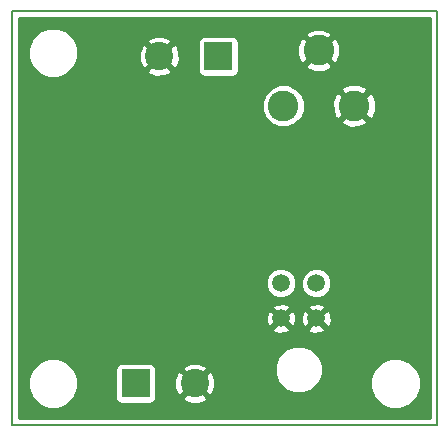
<source format=gbr>
G04 #@! TF.FileFunction,Copper,L2,Bot,Signal*
%FSLAX46Y46*%
G04 Gerber Fmt 4.6, Leading zero omitted, Abs format (unit mm)*
G04 Created by KiCad (PCBNEW 4.0.7) date 05/14/18 21:45:12*
%MOMM*%
%LPD*%
G01*
G04 APERTURE LIST*
%ADD10C,0.100000*%
%ADD11C,0.150000*%
%ADD12C,2.600000*%
%ADD13R,2.400000X2.400000*%
%ADD14C,2.400000*%
%ADD15C,1.500000*%
%ADD16C,0.600000*%
%ADD17C,0.254000*%
G04 APERTURE END LIST*
D10*
D11*
X161000000Y-117000000D02*
X161000000Y-82000000D01*
X125000000Y-117000000D02*
X125000000Y-82000000D01*
X125000000Y-82000000D02*
X161000000Y-82000000D01*
X125000000Y-117000000D02*
X161000000Y-117000000D01*
D12*
X148000000Y-90000000D03*
X154000000Y-90000000D03*
X151000000Y-85300000D03*
D13*
X142500000Y-85800000D03*
D14*
X137500000Y-85800000D03*
D15*
X150800000Y-108000000D03*
X147800000Y-108000000D03*
X150800000Y-105000000D03*
X147800000Y-105000000D03*
D13*
X135500000Y-113500000D03*
D14*
X140500000Y-113500000D03*
D16*
X129000000Y-102850000D03*
X141250000Y-100400000D03*
X149750000Y-99150000D03*
X129000000Y-97800000D03*
X138055500Y-101346000D03*
X138684000Y-103266000D03*
X137280500Y-101346000D03*
X136652000Y-103266000D03*
X138055500Y-100106000D03*
X138684000Y-98186000D03*
X137280500Y-100106000D03*
X136652000Y-98186000D03*
D17*
G36*
X160398000Y-116398000D02*
X125602000Y-116398000D01*
X125602000Y-113921230D01*
X126372632Y-113921230D01*
X126695766Y-114703274D01*
X127293578Y-115302131D01*
X128075057Y-115626630D01*
X128921230Y-115627368D01*
X129703274Y-115304234D01*
X130302131Y-114706422D01*
X130626630Y-113924943D01*
X130627368Y-113078770D01*
X130305587Y-112300000D01*
X133762676Y-112300000D01*
X133762676Y-114700000D01*
X133799423Y-114895294D01*
X133914842Y-115074660D01*
X134090951Y-115194990D01*
X134300000Y-115237324D01*
X136700000Y-115237324D01*
X136895294Y-115200577D01*
X137074660Y-115085158D01*
X137194990Y-114909049D01*
X137230110Y-114735622D01*
X139438326Y-114735622D01*
X139567045Y-114993363D01*
X140209547Y-115236714D01*
X140896268Y-115215667D01*
X141432955Y-114993363D01*
X141561674Y-114735622D01*
X140500000Y-113673948D01*
X139438326Y-114735622D01*
X137230110Y-114735622D01*
X137237324Y-114700000D01*
X137237324Y-113209547D01*
X138763286Y-113209547D01*
X138784333Y-113896268D01*
X139006637Y-114432955D01*
X139264378Y-114561674D01*
X140326052Y-113500000D01*
X140673948Y-113500000D01*
X141735622Y-114561674D01*
X141993363Y-114432955D01*
X142236714Y-113790453D01*
X142215667Y-113103732D01*
X142057310Y-112721426D01*
X147272649Y-112721426D01*
X147580591Y-113466703D01*
X148150298Y-114037405D01*
X148895036Y-114346647D01*
X149701426Y-114347351D01*
X150446703Y-114039409D01*
X150565088Y-113921230D01*
X155372632Y-113921230D01*
X155695766Y-114703274D01*
X156293578Y-115302131D01*
X157075057Y-115626630D01*
X157921230Y-115627368D01*
X158703274Y-115304234D01*
X159302131Y-114706422D01*
X159626630Y-113924943D01*
X159627368Y-113078770D01*
X159304234Y-112296726D01*
X158706422Y-111697869D01*
X157924943Y-111373370D01*
X157078770Y-111372632D01*
X156296726Y-111695766D01*
X155697869Y-112293578D01*
X155373370Y-113075057D01*
X155372632Y-113921230D01*
X150565088Y-113921230D01*
X151017405Y-113469702D01*
X151326647Y-112724964D01*
X151327351Y-111918574D01*
X151019409Y-111173297D01*
X150449702Y-110602595D01*
X149704964Y-110293353D01*
X148898574Y-110292649D01*
X148153297Y-110600591D01*
X147582595Y-111170298D01*
X147273353Y-111915036D01*
X147272649Y-112721426D01*
X142057310Y-112721426D01*
X141993363Y-112567045D01*
X141735622Y-112438326D01*
X140673948Y-113500000D01*
X140326052Y-113500000D01*
X139264378Y-112438326D01*
X139006637Y-112567045D01*
X138763286Y-113209547D01*
X137237324Y-113209547D01*
X137237324Y-112300000D01*
X137230622Y-112264378D01*
X139438326Y-112264378D01*
X140500000Y-113326052D01*
X141561674Y-112264378D01*
X141432955Y-112006637D01*
X140790453Y-111763286D01*
X140103732Y-111784333D01*
X139567045Y-112006637D01*
X139438326Y-112264378D01*
X137230622Y-112264378D01*
X137200577Y-112104706D01*
X137085158Y-111925340D01*
X136909049Y-111805010D01*
X136700000Y-111762676D01*
X134300000Y-111762676D01*
X134104706Y-111799423D01*
X133925340Y-111914842D01*
X133805010Y-112090951D01*
X133762676Y-112300000D01*
X130305587Y-112300000D01*
X130304234Y-112296726D01*
X129706422Y-111697869D01*
X128924943Y-111373370D01*
X128078770Y-111372632D01*
X127296726Y-111695766D01*
X126697869Y-112293578D01*
X126373370Y-113075057D01*
X126372632Y-113921230D01*
X125602000Y-113921230D01*
X125602000Y-108909895D01*
X147064053Y-108909895D01*
X147137625Y-109120941D01*
X147617011Y-109289094D01*
X148124254Y-109260994D01*
X148462375Y-109120941D01*
X148535947Y-108909895D01*
X150064053Y-108909895D01*
X150137625Y-109120941D01*
X150617011Y-109289094D01*
X151124254Y-109260994D01*
X151462375Y-109120941D01*
X151535947Y-108909895D01*
X150800000Y-108173948D01*
X150064053Y-108909895D01*
X148535947Y-108909895D01*
X147800000Y-108173948D01*
X147064053Y-108909895D01*
X125602000Y-108909895D01*
X125602000Y-107817011D01*
X146510906Y-107817011D01*
X146539006Y-108324254D01*
X146679059Y-108662375D01*
X146890105Y-108735947D01*
X147626052Y-108000000D01*
X147973948Y-108000000D01*
X148709895Y-108735947D01*
X148920941Y-108662375D01*
X149089094Y-108182989D01*
X149068820Y-107817011D01*
X149510906Y-107817011D01*
X149539006Y-108324254D01*
X149679059Y-108662375D01*
X149890105Y-108735947D01*
X150626052Y-108000000D01*
X150973948Y-108000000D01*
X151709895Y-108735947D01*
X151920941Y-108662375D01*
X152089094Y-108182989D01*
X152060994Y-107675746D01*
X151920941Y-107337625D01*
X151709895Y-107264053D01*
X150973948Y-108000000D01*
X150626052Y-108000000D01*
X149890105Y-107264053D01*
X149679059Y-107337625D01*
X149510906Y-107817011D01*
X149068820Y-107817011D01*
X149060994Y-107675746D01*
X148920941Y-107337625D01*
X148709895Y-107264053D01*
X147973948Y-108000000D01*
X147626052Y-108000000D01*
X146890105Y-107264053D01*
X146679059Y-107337625D01*
X146510906Y-107817011D01*
X125602000Y-107817011D01*
X125602000Y-107090105D01*
X147064053Y-107090105D01*
X147800000Y-107826052D01*
X148535947Y-107090105D01*
X150064053Y-107090105D01*
X150800000Y-107826052D01*
X151535947Y-107090105D01*
X151462375Y-106879059D01*
X150982989Y-106710906D01*
X150475746Y-106739006D01*
X150137625Y-106879059D01*
X150064053Y-107090105D01*
X148535947Y-107090105D01*
X148462375Y-106879059D01*
X147982989Y-106710906D01*
X147475746Y-106739006D01*
X147137625Y-106879059D01*
X147064053Y-107090105D01*
X125602000Y-107090105D01*
X125602000Y-105252897D01*
X146522779Y-105252897D01*
X146716781Y-105722417D01*
X147075693Y-106081957D01*
X147544875Y-106276778D01*
X148052897Y-106277221D01*
X148522417Y-106083219D01*
X148881957Y-105724307D01*
X149076778Y-105255125D01*
X149076779Y-105252897D01*
X149522779Y-105252897D01*
X149716781Y-105722417D01*
X150075693Y-106081957D01*
X150544875Y-106276778D01*
X151052897Y-106277221D01*
X151522417Y-106083219D01*
X151881957Y-105724307D01*
X152076778Y-105255125D01*
X152077221Y-104747103D01*
X151883219Y-104277583D01*
X151524307Y-103918043D01*
X151055125Y-103723222D01*
X150547103Y-103722779D01*
X150077583Y-103916781D01*
X149718043Y-104275693D01*
X149523222Y-104744875D01*
X149522779Y-105252897D01*
X149076779Y-105252897D01*
X149077221Y-104747103D01*
X148883219Y-104277583D01*
X148524307Y-103918043D01*
X148055125Y-103723222D01*
X147547103Y-103722779D01*
X147077583Y-103916781D01*
X146718043Y-104275693D01*
X146523222Y-104744875D01*
X146522779Y-105252897D01*
X125602000Y-105252897D01*
X125602000Y-90361818D01*
X146172684Y-90361818D01*
X146450242Y-91033560D01*
X146963736Y-91547952D01*
X147634993Y-91826682D01*
X148361818Y-91827316D01*
X149033560Y-91549758D01*
X149275827Y-91307913D01*
X152866035Y-91307913D01*
X153006976Y-91576041D01*
X153685690Y-91836085D01*
X154412255Y-91816603D01*
X154993024Y-91576041D01*
X155133965Y-91307913D01*
X154000000Y-90173948D01*
X152866035Y-91307913D01*
X149275827Y-91307913D01*
X149547952Y-91036264D01*
X149826682Y-90365007D01*
X149827274Y-89685690D01*
X152163915Y-89685690D01*
X152183397Y-90412255D01*
X152423959Y-90993024D01*
X152692087Y-91133965D01*
X153826052Y-90000000D01*
X154173948Y-90000000D01*
X155307913Y-91133965D01*
X155576041Y-90993024D01*
X155836085Y-90314310D01*
X155816603Y-89587745D01*
X155576041Y-89006976D01*
X155307913Y-88866035D01*
X154173948Y-90000000D01*
X153826052Y-90000000D01*
X152692087Y-88866035D01*
X152423959Y-89006976D01*
X152163915Y-89685690D01*
X149827274Y-89685690D01*
X149827316Y-89638182D01*
X149549758Y-88966440D01*
X149275884Y-88692087D01*
X152866035Y-88692087D01*
X154000000Y-89826052D01*
X155133965Y-88692087D01*
X154993024Y-88423959D01*
X154314310Y-88163915D01*
X153587745Y-88183397D01*
X153006976Y-88423959D01*
X152866035Y-88692087D01*
X149275884Y-88692087D01*
X149036264Y-88452048D01*
X148365007Y-88173318D01*
X147638182Y-88172684D01*
X146966440Y-88450242D01*
X146452048Y-88963736D01*
X146173318Y-89634993D01*
X146172684Y-90361818D01*
X125602000Y-90361818D01*
X125602000Y-85921230D01*
X126372632Y-85921230D01*
X126695766Y-86703274D01*
X127293578Y-87302131D01*
X128075057Y-87626630D01*
X128921230Y-87627368D01*
X129703274Y-87304234D01*
X129972355Y-87035622D01*
X136438326Y-87035622D01*
X136567045Y-87293363D01*
X137209547Y-87536714D01*
X137896268Y-87515667D01*
X138432955Y-87293363D01*
X138561674Y-87035622D01*
X137500000Y-85973948D01*
X136438326Y-87035622D01*
X129972355Y-87035622D01*
X130302131Y-86706422D01*
X130626630Y-85924943D01*
X130626992Y-85509547D01*
X135763286Y-85509547D01*
X135784333Y-86196268D01*
X136006637Y-86732955D01*
X136264378Y-86861674D01*
X137326052Y-85800000D01*
X137673948Y-85800000D01*
X138735622Y-86861674D01*
X138993363Y-86732955D01*
X139236714Y-86090453D01*
X139215667Y-85403732D01*
X138993363Y-84867045D01*
X138735622Y-84738326D01*
X137673948Y-85800000D01*
X137326052Y-85800000D01*
X136264378Y-84738326D01*
X136006637Y-84867045D01*
X135763286Y-85509547D01*
X130626992Y-85509547D01*
X130627368Y-85078770D01*
X130414826Y-84564378D01*
X136438326Y-84564378D01*
X137500000Y-85626052D01*
X138526052Y-84600000D01*
X140762676Y-84600000D01*
X140762676Y-87000000D01*
X140799423Y-87195294D01*
X140914842Y-87374660D01*
X141090951Y-87494990D01*
X141300000Y-87537324D01*
X143700000Y-87537324D01*
X143895294Y-87500577D01*
X144074660Y-87385158D01*
X144194990Y-87209049D01*
X144237324Y-87000000D01*
X144237324Y-86607913D01*
X149866035Y-86607913D01*
X150006976Y-86876041D01*
X150685690Y-87136085D01*
X151412255Y-87116603D01*
X151993024Y-86876041D01*
X152133965Y-86607913D01*
X151000000Y-85473948D01*
X149866035Y-86607913D01*
X144237324Y-86607913D01*
X144237324Y-84985690D01*
X149163915Y-84985690D01*
X149183397Y-85712255D01*
X149423959Y-86293024D01*
X149692087Y-86433965D01*
X150826052Y-85300000D01*
X151173948Y-85300000D01*
X152307913Y-86433965D01*
X152576041Y-86293024D01*
X152836085Y-85614310D01*
X152816603Y-84887745D01*
X152576041Y-84306976D01*
X152307913Y-84166035D01*
X151173948Y-85300000D01*
X150826052Y-85300000D01*
X149692087Y-84166035D01*
X149423959Y-84306976D01*
X149163915Y-84985690D01*
X144237324Y-84985690D01*
X144237324Y-84600000D01*
X144200577Y-84404706D01*
X144085158Y-84225340D01*
X143909049Y-84105010D01*
X143700000Y-84062676D01*
X141300000Y-84062676D01*
X141104706Y-84099423D01*
X140925340Y-84214842D01*
X140805010Y-84390951D01*
X140762676Y-84600000D01*
X138526052Y-84600000D01*
X138561674Y-84564378D01*
X138432955Y-84306637D01*
X137790453Y-84063286D01*
X137103732Y-84084333D01*
X136567045Y-84306637D01*
X136438326Y-84564378D01*
X130414826Y-84564378D01*
X130304234Y-84296726D01*
X130000127Y-83992087D01*
X149866035Y-83992087D01*
X151000000Y-85126052D01*
X152133965Y-83992087D01*
X151993024Y-83723959D01*
X151314310Y-83463915D01*
X150587745Y-83483397D01*
X150006976Y-83723959D01*
X149866035Y-83992087D01*
X130000127Y-83992087D01*
X129706422Y-83697869D01*
X128924943Y-83373370D01*
X128078770Y-83372632D01*
X127296726Y-83695766D01*
X126697869Y-84293578D01*
X126373370Y-85075057D01*
X126372632Y-85921230D01*
X125602000Y-85921230D01*
X125602000Y-82602000D01*
X160398000Y-82602000D01*
X160398000Y-116398000D01*
X160398000Y-116398000D01*
G37*
X160398000Y-116398000D02*
X125602000Y-116398000D01*
X125602000Y-113921230D01*
X126372632Y-113921230D01*
X126695766Y-114703274D01*
X127293578Y-115302131D01*
X128075057Y-115626630D01*
X128921230Y-115627368D01*
X129703274Y-115304234D01*
X130302131Y-114706422D01*
X130626630Y-113924943D01*
X130627368Y-113078770D01*
X130305587Y-112300000D01*
X133762676Y-112300000D01*
X133762676Y-114700000D01*
X133799423Y-114895294D01*
X133914842Y-115074660D01*
X134090951Y-115194990D01*
X134300000Y-115237324D01*
X136700000Y-115237324D01*
X136895294Y-115200577D01*
X137074660Y-115085158D01*
X137194990Y-114909049D01*
X137230110Y-114735622D01*
X139438326Y-114735622D01*
X139567045Y-114993363D01*
X140209547Y-115236714D01*
X140896268Y-115215667D01*
X141432955Y-114993363D01*
X141561674Y-114735622D01*
X140500000Y-113673948D01*
X139438326Y-114735622D01*
X137230110Y-114735622D01*
X137237324Y-114700000D01*
X137237324Y-113209547D01*
X138763286Y-113209547D01*
X138784333Y-113896268D01*
X139006637Y-114432955D01*
X139264378Y-114561674D01*
X140326052Y-113500000D01*
X140673948Y-113500000D01*
X141735622Y-114561674D01*
X141993363Y-114432955D01*
X142236714Y-113790453D01*
X142215667Y-113103732D01*
X142057310Y-112721426D01*
X147272649Y-112721426D01*
X147580591Y-113466703D01*
X148150298Y-114037405D01*
X148895036Y-114346647D01*
X149701426Y-114347351D01*
X150446703Y-114039409D01*
X150565088Y-113921230D01*
X155372632Y-113921230D01*
X155695766Y-114703274D01*
X156293578Y-115302131D01*
X157075057Y-115626630D01*
X157921230Y-115627368D01*
X158703274Y-115304234D01*
X159302131Y-114706422D01*
X159626630Y-113924943D01*
X159627368Y-113078770D01*
X159304234Y-112296726D01*
X158706422Y-111697869D01*
X157924943Y-111373370D01*
X157078770Y-111372632D01*
X156296726Y-111695766D01*
X155697869Y-112293578D01*
X155373370Y-113075057D01*
X155372632Y-113921230D01*
X150565088Y-113921230D01*
X151017405Y-113469702D01*
X151326647Y-112724964D01*
X151327351Y-111918574D01*
X151019409Y-111173297D01*
X150449702Y-110602595D01*
X149704964Y-110293353D01*
X148898574Y-110292649D01*
X148153297Y-110600591D01*
X147582595Y-111170298D01*
X147273353Y-111915036D01*
X147272649Y-112721426D01*
X142057310Y-112721426D01*
X141993363Y-112567045D01*
X141735622Y-112438326D01*
X140673948Y-113500000D01*
X140326052Y-113500000D01*
X139264378Y-112438326D01*
X139006637Y-112567045D01*
X138763286Y-113209547D01*
X137237324Y-113209547D01*
X137237324Y-112300000D01*
X137230622Y-112264378D01*
X139438326Y-112264378D01*
X140500000Y-113326052D01*
X141561674Y-112264378D01*
X141432955Y-112006637D01*
X140790453Y-111763286D01*
X140103732Y-111784333D01*
X139567045Y-112006637D01*
X139438326Y-112264378D01*
X137230622Y-112264378D01*
X137200577Y-112104706D01*
X137085158Y-111925340D01*
X136909049Y-111805010D01*
X136700000Y-111762676D01*
X134300000Y-111762676D01*
X134104706Y-111799423D01*
X133925340Y-111914842D01*
X133805010Y-112090951D01*
X133762676Y-112300000D01*
X130305587Y-112300000D01*
X130304234Y-112296726D01*
X129706422Y-111697869D01*
X128924943Y-111373370D01*
X128078770Y-111372632D01*
X127296726Y-111695766D01*
X126697869Y-112293578D01*
X126373370Y-113075057D01*
X126372632Y-113921230D01*
X125602000Y-113921230D01*
X125602000Y-108909895D01*
X147064053Y-108909895D01*
X147137625Y-109120941D01*
X147617011Y-109289094D01*
X148124254Y-109260994D01*
X148462375Y-109120941D01*
X148535947Y-108909895D01*
X150064053Y-108909895D01*
X150137625Y-109120941D01*
X150617011Y-109289094D01*
X151124254Y-109260994D01*
X151462375Y-109120941D01*
X151535947Y-108909895D01*
X150800000Y-108173948D01*
X150064053Y-108909895D01*
X148535947Y-108909895D01*
X147800000Y-108173948D01*
X147064053Y-108909895D01*
X125602000Y-108909895D01*
X125602000Y-107817011D01*
X146510906Y-107817011D01*
X146539006Y-108324254D01*
X146679059Y-108662375D01*
X146890105Y-108735947D01*
X147626052Y-108000000D01*
X147973948Y-108000000D01*
X148709895Y-108735947D01*
X148920941Y-108662375D01*
X149089094Y-108182989D01*
X149068820Y-107817011D01*
X149510906Y-107817011D01*
X149539006Y-108324254D01*
X149679059Y-108662375D01*
X149890105Y-108735947D01*
X150626052Y-108000000D01*
X150973948Y-108000000D01*
X151709895Y-108735947D01*
X151920941Y-108662375D01*
X152089094Y-108182989D01*
X152060994Y-107675746D01*
X151920941Y-107337625D01*
X151709895Y-107264053D01*
X150973948Y-108000000D01*
X150626052Y-108000000D01*
X149890105Y-107264053D01*
X149679059Y-107337625D01*
X149510906Y-107817011D01*
X149068820Y-107817011D01*
X149060994Y-107675746D01*
X148920941Y-107337625D01*
X148709895Y-107264053D01*
X147973948Y-108000000D01*
X147626052Y-108000000D01*
X146890105Y-107264053D01*
X146679059Y-107337625D01*
X146510906Y-107817011D01*
X125602000Y-107817011D01*
X125602000Y-107090105D01*
X147064053Y-107090105D01*
X147800000Y-107826052D01*
X148535947Y-107090105D01*
X150064053Y-107090105D01*
X150800000Y-107826052D01*
X151535947Y-107090105D01*
X151462375Y-106879059D01*
X150982989Y-106710906D01*
X150475746Y-106739006D01*
X150137625Y-106879059D01*
X150064053Y-107090105D01*
X148535947Y-107090105D01*
X148462375Y-106879059D01*
X147982989Y-106710906D01*
X147475746Y-106739006D01*
X147137625Y-106879059D01*
X147064053Y-107090105D01*
X125602000Y-107090105D01*
X125602000Y-105252897D01*
X146522779Y-105252897D01*
X146716781Y-105722417D01*
X147075693Y-106081957D01*
X147544875Y-106276778D01*
X148052897Y-106277221D01*
X148522417Y-106083219D01*
X148881957Y-105724307D01*
X149076778Y-105255125D01*
X149076779Y-105252897D01*
X149522779Y-105252897D01*
X149716781Y-105722417D01*
X150075693Y-106081957D01*
X150544875Y-106276778D01*
X151052897Y-106277221D01*
X151522417Y-106083219D01*
X151881957Y-105724307D01*
X152076778Y-105255125D01*
X152077221Y-104747103D01*
X151883219Y-104277583D01*
X151524307Y-103918043D01*
X151055125Y-103723222D01*
X150547103Y-103722779D01*
X150077583Y-103916781D01*
X149718043Y-104275693D01*
X149523222Y-104744875D01*
X149522779Y-105252897D01*
X149076779Y-105252897D01*
X149077221Y-104747103D01*
X148883219Y-104277583D01*
X148524307Y-103918043D01*
X148055125Y-103723222D01*
X147547103Y-103722779D01*
X147077583Y-103916781D01*
X146718043Y-104275693D01*
X146523222Y-104744875D01*
X146522779Y-105252897D01*
X125602000Y-105252897D01*
X125602000Y-90361818D01*
X146172684Y-90361818D01*
X146450242Y-91033560D01*
X146963736Y-91547952D01*
X147634993Y-91826682D01*
X148361818Y-91827316D01*
X149033560Y-91549758D01*
X149275827Y-91307913D01*
X152866035Y-91307913D01*
X153006976Y-91576041D01*
X153685690Y-91836085D01*
X154412255Y-91816603D01*
X154993024Y-91576041D01*
X155133965Y-91307913D01*
X154000000Y-90173948D01*
X152866035Y-91307913D01*
X149275827Y-91307913D01*
X149547952Y-91036264D01*
X149826682Y-90365007D01*
X149827274Y-89685690D01*
X152163915Y-89685690D01*
X152183397Y-90412255D01*
X152423959Y-90993024D01*
X152692087Y-91133965D01*
X153826052Y-90000000D01*
X154173948Y-90000000D01*
X155307913Y-91133965D01*
X155576041Y-90993024D01*
X155836085Y-90314310D01*
X155816603Y-89587745D01*
X155576041Y-89006976D01*
X155307913Y-88866035D01*
X154173948Y-90000000D01*
X153826052Y-90000000D01*
X152692087Y-88866035D01*
X152423959Y-89006976D01*
X152163915Y-89685690D01*
X149827274Y-89685690D01*
X149827316Y-89638182D01*
X149549758Y-88966440D01*
X149275884Y-88692087D01*
X152866035Y-88692087D01*
X154000000Y-89826052D01*
X155133965Y-88692087D01*
X154993024Y-88423959D01*
X154314310Y-88163915D01*
X153587745Y-88183397D01*
X153006976Y-88423959D01*
X152866035Y-88692087D01*
X149275884Y-88692087D01*
X149036264Y-88452048D01*
X148365007Y-88173318D01*
X147638182Y-88172684D01*
X146966440Y-88450242D01*
X146452048Y-88963736D01*
X146173318Y-89634993D01*
X146172684Y-90361818D01*
X125602000Y-90361818D01*
X125602000Y-85921230D01*
X126372632Y-85921230D01*
X126695766Y-86703274D01*
X127293578Y-87302131D01*
X128075057Y-87626630D01*
X128921230Y-87627368D01*
X129703274Y-87304234D01*
X129972355Y-87035622D01*
X136438326Y-87035622D01*
X136567045Y-87293363D01*
X137209547Y-87536714D01*
X137896268Y-87515667D01*
X138432955Y-87293363D01*
X138561674Y-87035622D01*
X137500000Y-85973948D01*
X136438326Y-87035622D01*
X129972355Y-87035622D01*
X130302131Y-86706422D01*
X130626630Y-85924943D01*
X130626992Y-85509547D01*
X135763286Y-85509547D01*
X135784333Y-86196268D01*
X136006637Y-86732955D01*
X136264378Y-86861674D01*
X137326052Y-85800000D01*
X137673948Y-85800000D01*
X138735622Y-86861674D01*
X138993363Y-86732955D01*
X139236714Y-86090453D01*
X139215667Y-85403732D01*
X138993363Y-84867045D01*
X138735622Y-84738326D01*
X137673948Y-85800000D01*
X137326052Y-85800000D01*
X136264378Y-84738326D01*
X136006637Y-84867045D01*
X135763286Y-85509547D01*
X130626992Y-85509547D01*
X130627368Y-85078770D01*
X130414826Y-84564378D01*
X136438326Y-84564378D01*
X137500000Y-85626052D01*
X138526052Y-84600000D01*
X140762676Y-84600000D01*
X140762676Y-87000000D01*
X140799423Y-87195294D01*
X140914842Y-87374660D01*
X141090951Y-87494990D01*
X141300000Y-87537324D01*
X143700000Y-87537324D01*
X143895294Y-87500577D01*
X144074660Y-87385158D01*
X144194990Y-87209049D01*
X144237324Y-87000000D01*
X144237324Y-86607913D01*
X149866035Y-86607913D01*
X150006976Y-86876041D01*
X150685690Y-87136085D01*
X151412255Y-87116603D01*
X151993024Y-86876041D01*
X152133965Y-86607913D01*
X151000000Y-85473948D01*
X149866035Y-86607913D01*
X144237324Y-86607913D01*
X144237324Y-84985690D01*
X149163915Y-84985690D01*
X149183397Y-85712255D01*
X149423959Y-86293024D01*
X149692087Y-86433965D01*
X150826052Y-85300000D01*
X151173948Y-85300000D01*
X152307913Y-86433965D01*
X152576041Y-86293024D01*
X152836085Y-85614310D01*
X152816603Y-84887745D01*
X152576041Y-84306976D01*
X152307913Y-84166035D01*
X151173948Y-85300000D01*
X150826052Y-85300000D01*
X149692087Y-84166035D01*
X149423959Y-84306976D01*
X149163915Y-84985690D01*
X144237324Y-84985690D01*
X144237324Y-84600000D01*
X144200577Y-84404706D01*
X144085158Y-84225340D01*
X143909049Y-84105010D01*
X143700000Y-84062676D01*
X141300000Y-84062676D01*
X141104706Y-84099423D01*
X140925340Y-84214842D01*
X140805010Y-84390951D01*
X140762676Y-84600000D01*
X138526052Y-84600000D01*
X138561674Y-84564378D01*
X138432955Y-84306637D01*
X137790453Y-84063286D01*
X137103732Y-84084333D01*
X136567045Y-84306637D01*
X136438326Y-84564378D01*
X130414826Y-84564378D01*
X130304234Y-84296726D01*
X130000127Y-83992087D01*
X149866035Y-83992087D01*
X151000000Y-85126052D01*
X152133965Y-83992087D01*
X151993024Y-83723959D01*
X151314310Y-83463915D01*
X150587745Y-83483397D01*
X150006976Y-83723959D01*
X149866035Y-83992087D01*
X130000127Y-83992087D01*
X129706422Y-83697869D01*
X128924943Y-83373370D01*
X128078770Y-83372632D01*
X127296726Y-83695766D01*
X126697869Y-84293578D01*
X126373370Y-85075057D01*
X126372632Y-85921230D01*
X125602000Y-85921230D01*
X125602000Y-82602000D01*
X160398000Y-82602000D01*
X160398000Y-116398000D01*
M02*

</source>
